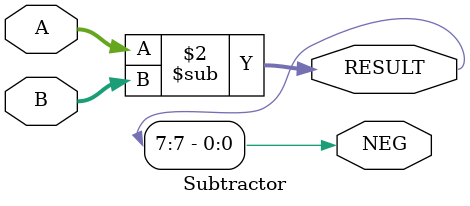
<source format=v>
module Subtractor(
    input [7:0] A, B,
    output reg [7:0] RESULT,
    output reg NEG
);

always @(A or B) begin
    RESULT = A - B;
    NEG = RESULT[7];
end


endmodule

</source>
